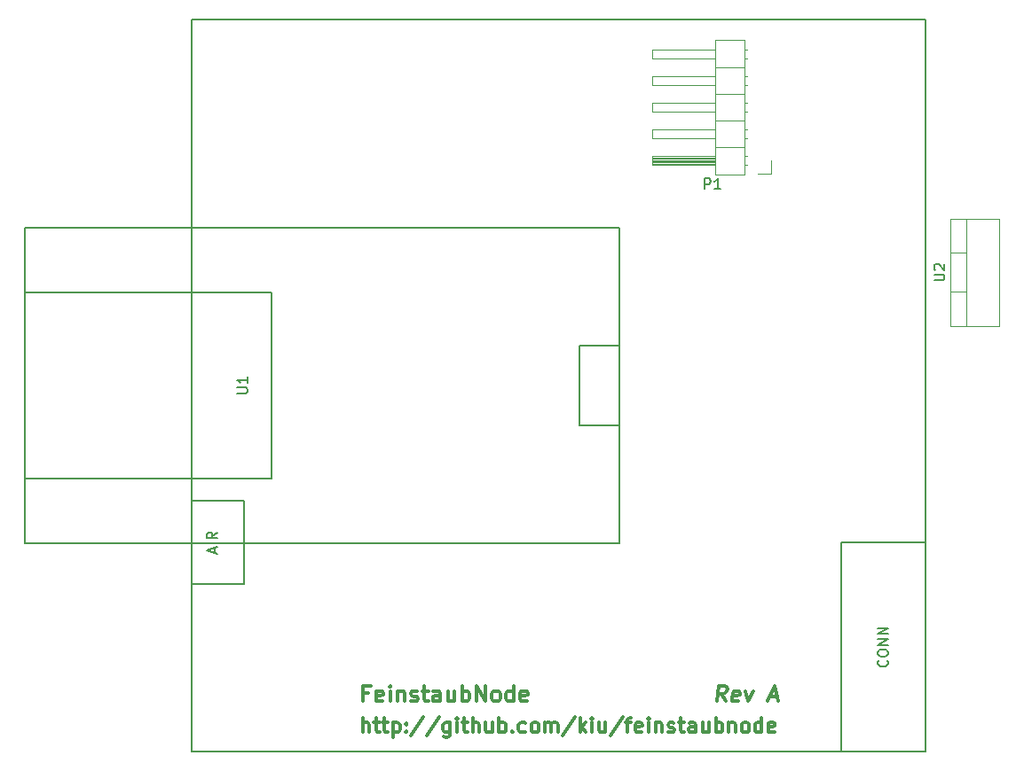
<source format=gto>
G04 #@! TF.FileFunction,Legend,Top*
%FSLAX46Y46*%
G04 Gerber Fmt 4.6, Leading zero omitted, Abs format (unit mm)*
G04 Created by KiCad (PCBNEW 4.0.5) date 02/25/17 14:43:24*
%MOMM*%
%LPD*%
G01*
G04 APERTURE LIST*
%ADD10C,0.200000*%
%ADD11C,0.300000*%
%ADD12C,0.150000*%
%ADD13C,0.120000*%
G04 APERTURE END LIST*
D10*
D11*
X144357143Y-112392857D02*
X143857143Y-112392857D01*
X143857143Y-113178571D02*
X143857143Y-111678571D01*
X144571429Y-111678571D01*
X145714285Y-113107143D02*
X145571428Y-113178571D01*
X145285714Y-113178571D01*
X145142857Y-113107143D01*
X145071428Y-112964286D01*
X145071428Y-112392857D01*
X145142857Y-112250000D01*
X145285714Y-112178571D01*
X145571428Y-112178571D01*
X145714285Y-112250000D01*
X145785714Y-112392857D01*
X145785714Y-112535714D01*
X145071428Y-112678571D01*
X146428571Y-113178571D02*
X146428571Y-112178571D01*
X146428571Y-111678571D02*
X146357142Y-111750000D01*
X146428571Y-111821429D01*
X146499999Y-111750000D01*
X146428571Y-111678571D01*
X146428571Y-111821429D01*
X147142857Y-112178571D02*
X147142857Y-113178571D01*
X147142857Y-112321429D02*
X147214285Y-112250000D01*
X147357143Y-112178571D01*
X147571428Y-112178571D01*
X147714285Y-112250000D01*
X147785714Y-112392857D01*
X147785714Y-113178571D01*
X148428571Y-113107143D02*
X148571428Y-113178571D01*
X148857143Y-113178571D01*
X149000000Y-113107143D01*
X149071428Y-112964286D01*
X149071428Y-112892857D01*
X149000000Y-112750000D01*
X148857143Y-112678571D01*
X148642857Y-112678571D01*
X148500000Y-112607143D01*
X148428571Y-112464286D01*
X148428571Y-112392857D01*
X148500000Y-112250000D01*
X148642857Y-112178571D01*
X148857143Y-112178571D01*
X149000000Y-112250000D01*
X149500000Y-112178571D02*
X150071429Y-112178571D01*
X149714286Y-111678571D02*
X149714286Y-112964286D01*
X149785714Y-113107143D01*
X149928572Y-113178571D01*
X150071429Y-113178571D01*
X151214286Y-113178571D02*
X151214286Y-112392857D01*
X151142857Y-112250000D01*
X151000000Y-112178571D01*
X150714286Y-112178571D01*
X150571429Y-112250000D01*
X151214286Y-113107143D02*
X151071429Y-113178571D01*
X150714286Y-113178571D01*
X150571429Y-113107143D01*
X150500000Y-112964286D01*
X150500000Y-112821429D01*
X150571429Y-112678571D01*
X150714286Y-112607143D01*
X151071429Y-112607143D01*
X151214286Y-112535714D01*
X152571429Y-112178571D02*
X152571429Y-113178571D01*
X151928572Y-112178571D02*
X151928572Y-112964286D01*
X152000000Y-113107143D01*
X152142858Y-113178571D01*
X152357143Y-113178571D01*
X152500000Y-113107143D01*
X152571429Y-113035714D01*
X153285715Y-113178571D02*
X153285715Y-111678571D01*
X153285715Y-112250000D02*
X153428572Y-112178571D01*
X153714286Y-112178571D01*
X153857143Y-112250000D01*
X153928572Y-112321429D01*
X154000001Y-112464286D01*
X154000001Y-112892857D01*
X153928572Y-113035714D01*
X153857143Y-113107143D01*
X153714286Y-113178571D01*
X153428572Y-113178571D01*
X153285715Y-113107143D01*
X154642858Y-113178571D02*
X154642858Y-111678571D01*
X155500001Y-113178571D01*
X155500001Y-111678571D01*
X156428573Y-113178571D02*
X156285715Y-113107143D01*
X156214287Y-113035714D01*
X156142858Y-112892857D01*
X156142858Y-112464286D01*
X156214287Y-112321429D01*
X156285715Y-112250000D01*
X156428573Y-112178571D01*
X156642858Y-112178571D01*
X156785715Y-112250000D01*
X156857144Y-112321429D01*
X156928573Y-112464286D01*
X156928573Y-112892857D01*
X156857144Y-113035714D01*
X156785715Y-113107143D01*
X156642858Y-113178571D01*
X156428573Y-113178571D01*
X158214287Y-113178571D02*
X158214287Y-111678571D01*
X158214287Y-113107143D02*
X158071430Y-113178571D01*
X157785716Y-113178571D01*
X157642858Y-113107143D01*
X157571430Y-113035714D01*
X157500001Y-112892857D01*
X157500001Y-112464286D01*
X157571430Y-112321429D01*
X157642858Y-112250000D01*
X157785716Y-112178571D01*
X158071430Y-112178571D01*
X158214287Y-112250000D01*
X159500001Y-113107143D02*
X159357144Y-113178571D01*
X159071430Y-113178571D01*
X158928573Y-113107143D01*
X158857144Y-112964286D01*
X158857144Y-112392857D01*
X158928573Y-112250000D01*
X159071430Y-112178571D01*
X159357144Y-112178571D01*
X159500001Y-112250000D01*
X159571430Y-112392857D01*
X159571430Y-112535714D01*
X158857144Y-112678571D01*
X178450894Y-113178571D02*
X178040179Y-112464286D01*
X177593751Y-113178571D02*
X177781251Y-111678571D01*
X178352679Y-111678571D01*
X178486608Y-111750000D01*
X178549107Y-111821429D01*
X178602679Y-111964286D01*
X178575894Y-112178571D01*
X178486607Y-112321429D01*
X178406251Y-112392857D01*
X178254464Y-112464286D01*
X177683036Y-112464286D01*
X179674107Y-113107143D02*
X179522322Y-113178571D01*
X179236608Y-113178571D01*
X179102679Y-113107143D01*
X179049107Y-112964286D01*
X179120536Y-112392857D01*
X179209822Y-112250000D01*
X179361608Y-112178571D01*
X179647322Y-112178571D01*
X179781250Y-112250000D01*
X179834822Y-112392857D01*
X179816965Y-112535714D01*
X179084822Y-112678571D01*
X180361608Y-112178571D02*
X180593751Y-113178571D01*
X181075893Y-112178571D01*
X182647321Y-112750000D02*
X183361607Y-112750000D01*
X182450893Y-113178571D02*
X183138393Y-111678571D01*
X183450893Y-113178571D01*
X143833333Y-116133333D02*
X143833333Y-114733333D01*
X144433333Y-116133333D02*
X144433333Y-115400000D01*
X144366667Y-115266667D01*
X144233333Y-115200000D01*
X144033333Y-115200000D01*
X143900000Y-115266667D01*
X143833333Y-115333333D01*
X144900000Y-115200000D02*
X145433334Y-115200000D01*
X145100000Y-114733333D02*
X145100000Y-115933333D01*
X145166667Y-116066667D01*
X145300000Y-116133333D01*
X145433334Y-116133333D01*
X145700000Y-115200000D02*
X146233334Y-115200000D01*
X145900000Y-114733333D02*
X145900000Y-115933333D01*
X145966667Y-116066667D01*
X146100000Y-116133333D01*
X146233334Y-116133333D01*
X146700000Y-115200000D02*
X146700000Y-116600000D01*
X146700000Y-115266667D02*
X146833334Y-115200000D01*
X147100000Y-115200000D01*
X147233334Y-115266667D01*
X147300000Y-115333333D01*
X147366667Y-115466667D01*
X147366667Y-115866667D01*
X147300000Y-116000000D01*
X147233334Y-116066667D01*
X147100000Y-116133333D01*
X146833334Y-116133333D01*
X146700000Y-116066667D01*
X147966667Y-116000000D02*
X148033334Y-116066667D01*
X147966667Y-116133333D01*
X147900001Y-116066667D01*
X147966667Y-116000000D01*
X147966667Y-116133333D01*
X147966667Y-115266667D02*
X148033334Y-115333333D01*
X147966667Y-115400000D01*
X147900001Y-115333333D01*
X147966667Y-115266667D01*
X147966667Y-115400000D01*
X149633334Y-114666667D02*
X148433334Y-116466667D01*
X151100001Y-114666667D02*
X149900001Y-116466667D01*
X152166668Y-115200000D02*
X152166668Y-116333333D01*
X152100002Y-116466667D01*
X152033335Y-116533333D01*
X151900002Y-116600000D01*
X151700002Y-116600000D01*
X151566668Y-116533333D01*
X152166668Y-116066667D02*
X152033335Y-116133333D01*
X151766668Y-116133333D01*
X151633335Y-116066667D01*
X151566668Y-116000000D01*
X151500002Y-115866667D01*
X151500002Y-115466667D01*
X151566668Y-115333333D01*
X151633335Y-115266667D01*
X151766668Y-115200000D01*
X152033335Y-115200000D01*
X152166668Y-115266667D01*
X152833335Y-116133333D02*
X152833335Y-115200000D01*
X152833335Y-114733333D02*
X152766669Y-114800000D01*
X152833335Y-114866667D01*
X152900002Y-114800000D01*
X152833335Y-114733333D01*
X152833335Y-114866667D01*
X153300002Y-115200000D02*
X153833336Y-115200000D01*
X153500002Y-114733333D02*
X153500002Y-115933333D01*
X153566669Y-116066667D01*
X153700002Y-116133333D01*
X153833336Y-116133333D01*
X154300002Y-116133333D02*
X154300002Y-114733333D01*
X154900002Y-116133333D02*
X154900002Y-115400000D01*
X154833336Y-115266667D01*
X154700002Y-115200000D01*
X154500002Y-115200000D01*
X154366669Y-115266667D01*
X154300002Y-115333333D01*
X156166669Y-115200000D02*
X156166669Y-116133333D01*
X155566669Y-115200000D02*
X155566669Y-115933333D01*
X155633336Y-116066667D01*
X155766669Y-116133333D01*
X155966669Y-116133333D01*
X156100003Y-116066667D01*
X156166669Y-116000000D01*
X156833336Y-116133333D02*
X156833336Y-114733333D01*
X156833336Y-115266667D02*
X156966670Y-115200000D01*
X157233336Y-115200000D01*
X157366670Y-115266667D01*
X157433336Y-115333333D01*
X157500003Y-115466667D01*
X157500003Y-115866667D01*
X157433336Y-116000000D01*
X157366670Y-116066667D01*
X157233336Y-116133333D01*
X156966670Y-116133333D01*
X156833336Y-116066667D01*
X158100003Y-116000000D02*
X158166670Y-116066667D01*
X158100003Y-116133333D01*
X158033337Y-116066667D01*
X158100003Y-116000000D01*
X158100003Y-116133333D01*
X159366670Y-116066667D02*
X159233337Y-116133333D01*
X158966670Y-116133333D01*
X158833337Y-116066667D01*
X158766670Y-116000000D01*
X158700004Y-115866667D01*
X158700004Y-115466667D01*
X158766670Y-115333333D01*
X158833337Y-115266667D01*
X158966670Y-115200000D01*
X159233337Y-115200000D01*
X159366670Y-115266667D01*
X160166670Y-116133333D02*
X160033337Y-116066667D01*
X159966670Y-116000000D01*
X159900004Y-115866667D01*
X159900004Y-115466667D01*
X159966670Y-115333333D01*
X160033337Y-115266667D01*
X160166670Y-115200000D01*
X160366670Y-115200000D01*
X160500004Y-115266667D01*
X160566670Y-115333333D01*
X160633337Y-115466667D01*
X160633337Y-115866667D01*
X160566670Y-116000000D01*
X160500004Y-116066667D01*
X160366670Y-116133333D01*
X160166670Y-116133333D01*
X161233337Y-116133333D02*
X161233337Y-115200000D01*
X161233337Y-115333333D02*
X161300004Y-115266667D01*
X161433337Y-115200000D01*
X161633337Y-115200000D01*
X161766671Y-115266667D01*
X161833337Y-115400000D01*
X161833337Y-116133333D01*
X161833337Y-115400000D02*
X161900004Y-115266667D01*
X162033337Y-115200000D01*
X162233337Y-115200000D01*
X162366671Y-115266667D01*
X162433337Y-115400000D01*
X162433337Y-116133333D01*
X164100004Y-114666667D02*
X162900004Y-116466667D01*
X164566671Y-116133333D02*
X164566671Y-114733333D01*
X164700005Y-115600000D02*
X165100005Y-116133333D01*
X165100005Y-115200000D02*
X164566671Y-115733333D01*
X165700004Y-116133333D02*
X165700004Y-115200000D01*
X165700004Y-114733333D02*
X165633338Y-114800000D01*
X165700004Y-114866667D01*
X165766671Y-114800000D01*
X165700004Y-114733333D01*
X165700004Y-114866667D01*
X166966671Y-115200000D02*
X166966671Y-116133333D01*
X166366671Y-115200000D02*
X166366671Y-115933333D01*
X166433338Y-116066667D01*
X166566671Y-116133333D01*
X166766671Y-116133333D01*
X166900005Y-116066667D01*
X166966671Y-116000000D01*
X168633338Y-114666667D02*
X167433338Y-116466667D01*
X168900005Y-115200000D02*
X169433339Y-115200000D01*
X169100005Y-116133333D02*
X169100005Y-114933333D01*
X169166672Y-114800000D01*
X169300005Y-114733333D01*
X169433339Y-114733333D01*
X170433339Y-116066667D02*
X170300005Y-116133333D01*
X170033339Y-116133333D01*
X169900005Y-116066667D01*
X169833339Y-115933333D01*
X169833339Y-115400000D01*
X169900005Y-115266667D01*
X170033339Y-115200000D01*
X170300005Y-115200000D01*
X170433339Y-115266667D01*
X170500005Y-115400000D01*
X170500005Y-115533333D01*
X169833339Y-115666667D01*
X171100005Y-116133333D02*
X171100005Y-115200000D01*
X171100005Y-114733333D02*
X171033339Y-114800000D01*
X171100005Y-114866667D01*
X171166672Y-114800000D01*
X171100005Y-114733333D01*
X171100005Y-114866667D01*
X171766672Y-115200000D02*
X171766672Y-116133333D01*
X171766672Y-115333333D02*
X171833339Y-115266667D01*
X171966672Y-115200000D01*
X172166672Y-115200000D01*
X172300006Y-115266667D01*
X172366672Y-115400000D01*
X172366672Y-116133333D01*
X172966673Y-116066667D02*
X173100006Y-116133333D01*
X173366673Y-116133333D01*
X173500006Y-116066667D01*
X173566673Y-115933333D01*
X173566673Y-115866667D01*
X173500006Y-115733333D01*
X173366673Y-115666667D01*
X173166673Y-115666667D01*
X173033339Y-115600000D01*
X172966673Y-115466667D01*
X172966673Y-115400000D01*
X173033339Y-115266667D01*
X173166673Y-115200000D01*
X173366673Y-115200000D01*
X173500006Y-115266667D01*
X173966672Y-115200000D02*
X174500006Y-115200000D01*
X174166672Y-114733333D02*
X174166672Y-115933333D01*
X174233339Y-116066667D01*
X174366672Y-116133333D01*
X174500006Y-116133333D01*
X175566672Y-116133333D02*
X175566672Y-115400000D01*
X175500006Y-115266667D01*
X175366672Y-115200000D01*
X175100006Y-115200000D01*
X174966672Y-115266667D01*
X175566672Y-116066667D02*
X175433339Y-116133333D01*
X175100006Y-116133333D01*
X174966672Y-116066667D01*
X174900006Y-115933333D01*
X174900006Y-115800000D01*
X174966672Y-115666667D01*
X175100006Y-115600000D01*
X175433339Y-115600000D01*
X175566672Y-115533333D01*
X176833339Y-115200000D02*
X176833339Y-116133333D01*
X176233339Y-115200000D02*
X176233339Y-115933333D01*
X176300006Y-116066667D01*
X176433339Y-116133333D01*
X176633339Y-116133333D01*
X176766673Y-116066667D01*
X176833339Y-116000000D01*
X177500006Y-116133333D02*
X177500006Y-114733333D01*
X177500006Y-115266667D02*
X177633340Y-115200000D01*
X177900006Y-115200000D01*
X178033340Y-115266667D01*
X178100006Y-115333333D01*
X178166673Y-115466667D01*
X178166673Y-115866667D01*
X178100006Y-116000000D01*
X178033340Y-116066667D01*
X177900006Y-116133333D01*
X177633340Y-116133333D01*
X177500006Y-116066667D01*
X178766673Y-115200000D02*
X178766673Y-116133333D01*
X178766673Y-115333333D02*
X178833340Y-115266667D01*
X178966673Y-115200000D01*
X179166673Y-115200000D01*
X179300007Y-115266667D01*
X179366673Y-115400000D01*
X179366673Y-116133333D01*
X180233340Y-116133333D02*
X180100007Y-116066667D01*
X180033340Y-116000000D01*
X179966674Y-115866667D01*
X179966674Y-115466667D01*
X180033340Y-115333333D01*
X180100007Y-115266667D01*
X180233340Y-115200000D01*
X180433340Y-115200000D01*
X180566674Y-115266667D01*
X180633340Y-115333333D01*
X180700007Y-115466667D01*
X180700007Y-115866667D01*
X180633340Y-116000000D01*
X180566674Y-116066667D01*
X180433340Y-116133333D01*
X180233340Y-116133333D01*
X181900007Y-116133333D02*
X181900007Y-114733333D01*
X181900007Y-116066667D02*
X181766674Y-116133333D01*
X181500007Y-116133333D01*
X181366674Y-116066667D01*
X181300007Y-116000000D01*
X181233341Y-115866667D01*
X181233341Y-115466667D01*
X181300007Y-115333333D01*
X181366674Y-115266667D01*
X181500007Y-115200000D01*
X181766674Y-115200000D01*
X181900007Y-115266667D01*
X183100008Y-116066667D02*
X182966674Y-116133333D01*
X182700008Y-116133333D01*
X182566674Y-116066667D01*
X182500008Y-115933333D01*
X182500008Y-115400000D01*
X182566674Y-115266667D01*
X182700008Y-115200000D01*
X182966674Y-115200000D01*
X183100008Y-115266667D01*
X183166674Y-115400000D01*
X183166674Y-115533333D01*
X182500008Y-115666667D01*
D12*
X127500000Y-94000000D02*
X132500000Y-94000000D01*
X132500000Y-94000000D02*
X132500000Y-102000000D01*
X132500000Y-102000000D02*
X127500000Y-102000000D01*
X189500000Y-118000000D02*
X189500000Y-98000000D01*
X189500000Y-98000000D02*
X197500000Y-98000000D01*
X197500000Y-48000000D02*
X197500000Y-118000000D01*
X197500000Y-118000000D02*
X127500000Y-118000000D01*
X127500000Y-118000000D02*
X127500000Y-48000000D01*
X127500000Y-48000000D02*
X197500000Y-48000000D01*
D13*
X199880000Y-77310000D02*
X199880000Y-67070000D01*
X204521000Y-77310000D02*
X204521000Y-67070000D01*
X199880000Y-77310000D02*
X204521000Y-77310000D01*
X199880000Y-67070000D02*
X204521000Y-67070000D01*
X201390000Y-77310000D02*
X201390000Y-67070000D01*
X199880000Y-74040000D02*
X201390000Y-74040000D01*
X199880000Y-70340000D02*
X201390000Y-70340000D01*
X180220000Y-62890000D02*
X180220000Y-60230000D01*
X180220000Y-60230000D02*
X177480000Y-60230000D01*
X177480000Y-60230000D02*
X177480000Y-62890000D01*
X177480000Y-62890000D02*
X180220000Y-62890000D01*
X177480000Y-61940000D02*
X177480000Y-61060000D01*
X177480000Y-61060000D02*
X171480000Y-61060000D01*
X171480000Y-61060000D02*
X171480000Y-61940000D01*
X171480000Y-61940000D02*
X177480000Y-61940000D01*
X180530000Y-61940000D02*
X180220000Y-61940000D01*
X180530000Y-61060000D02*
X180220000Y-61060000D01*
X177480000Y-61820000D02*
X171480000Y-61820000D01*
X177480000Y-61700000D02*
X171480000Y-61700000D01*
X177480000Y-61580000D02*
X171480000Y-61580000D01*
X177480000Y-61460000D02*
X171480000Y-61460000D01*
X177480000Y-61340000D02*
X171480000Y-61340000D01*
X177480000Y-61220000D02*
X171480000Y-61220000D01*
X177480000Y-61100000D02*
X171480000Y-61100000D01*
X180220000Y-60230000D02*
X180220000Y-57690000D01*
X180220000Y-57690000D02*
X177480000Y-57690000D01*
X177480000Y-57690000D02*
X177480000Y-60230000D01*
X177480000Y-60230000D02*
X180220000Y-60230000D01*
X177480000Y-59400000D02*
X177480000Y-58520000D01*
X177480000Y-58520000D02*
X171480000Y-58520000D01*
X171480000Y-58520000D02*
X171480000Y-59400000D01*
X171480000Y-59400000D02*
X177480000Y-59400000D01*
X180530000Y-59400000D02*
X180220000Y-59400000D01*
X180530000Y-58520000D02*
X180220000Y-58520000D01*
X180220000Y-57690000D02*
X180220000Y-55150000D01*
X180220000Y-55150000D02*
X177480000Y-55150000D01*
X177480000Y-55150000D02*
X177480000Y-57690000D01*
X177480000Y-57690000D02*
X180220000Y-57690000D01*
X177480000Y-56860000D02*
X177480000Y-55980000D01*
X177480000Y-55980000D02*
X171480000Y-55980000D01*
X171480000Y-55980000D02*
X171480000Y-56860000D01*
X171480000Y-56860000D02*
X177480000Y-56860000D01*
X180530000Y-56860000D02*
X180220000Y-56860000D01*
X180530000Y-55980000D02*
X180220000Y-55980000D01*
X180220000Y-55150000D02*
X180220000Y-52610000D01*
X180220000Y-52610000D02*
X177480000Y-52610000D01*
X177480000Y-52610000D02*
X177480000Y-55150000D01*
X177480000Y-55150000D02*
X180220000Y-55150000D01*
X177480000Y-54320000D02*
X177480000Y-53440000D01*
X177480000Y-53440000D02*
X171480000Y-53440000D01*
X171480000Y-53440000D02*
X171480000Y-54320000D01*
X171480000Y-54320000D02*
X177480000Y-54320000D01*
X180530000Y-54320000D02*
X180220000Y-54320000D01*
X180530000Y-53440000D02*
X180220000Y-53440000D01*
X180220000Y-52610000D02*
X180220000Y-49950000D01*
X180220000Y-49950000D02*
X177480000Y-49950000D01*
X177480000Y-49950000D02*
X177480000Y-52610000D01*
X177480000Y-52610000D02*
X180220000Y-52610000D01*
X177480000Y-51780000D02*
X177480000Y-50900000D01*
X177480000Y-50900000D02*
X171480000Y-50900000D01*
X171480000Y-50900000D02*
X171480000Y-51780000D01*
X171480000Y-51780000D02*
X177480000Y-51780000D01*
X180530000Y-51780000D02*
X180220000Y-51780000D01*
X180530000Y-50900000D02*
X180220000Y-50900000D01*
X182770000Y-61500000D02*
X182770000Y-62770000D01*
X182770000Y-62770000D02*
X181500000Y-62770000D01*
D12*
X164511000Y-79190000D02*
X168321000Y-79190000D01*
X164511000Y-86810000D02*
X168321000Y-86810000D01*
X135110500Y-91890000D02*
X135110500Y-74110000D01*
X111615500Y-98049500D02*
X111615500Y-67950500D01*
X168321000Y-98049500D02*
X168321000Y-67950500D01*
X168321000Y-67950500D02*
X111615500Y-67950500D01*
X111615500Y-98049500D02*
X168321000Y-98049500D01*
X164511000Y-86810000D02*
X164511000Y-79190000D01*
X135110500Y-74110000D02*
X111615500Y-74110000D01*
X111615500Y-91890000D02*
X135110500Y-91890000D01*
X193857143Y-109261904D02*
X193904762Y-109309523D01*
X193952381Y-109452380D01*
X193952381Y-109547618D01*
X193904762Y-109690476D01*
X193809524Y-109785714D01*
X193714286Y-109833333D01*
X193523810Y-109880952D01*
X193380952Y-109880952D01*
X193190476Y-109833333D01*
X193095238Y-109785714D01*
X193000000Y-109690476D01*
X192952381Y-109547618D01*
X192952381Y-109452380D01*
X193000000Y-109309523D01*
X193047619Y-109261904D01*
X192952381Y-108642857D02*
X192952381Y-108452380D01*
X193000000Y-108357142D01*
X193095238Y-108261904D01*
X193285714Y-108214285D01*
X193619048Y-108214285D01*
X193809524Y-108261904D01*
X193904762Y-108357142D01*
X193952381Y-108452380D01*
X193952381Y-108642857D01*
X193904762Y-108738095D01*
X193809524Y-108833333D01*
X193619048Y-108880952D01*
X193285714Y-108880952D01*
X193095238Y-108833333D01*
X193000000Y-108738095D01*
X192952381Y-108642857D01*
X193952381Y-107785714D02*
X192952381Y-107785714D01*
X193952381Y-107214285D01*
X192952381Y-107214285D01*
X193952381Y-106738095D02*
X192952381Y-106738095D01*
X193952381Y-106166666D01*
X192952381Y-106166666D01*
X129666667Y-98976190D02*
X129666667Y-98499999D01*
X129952381Y-99071428D02*
X128952381Y-98738095D01*
X129952381Y-98404761D01*
X129952381Y-98071428D02*
X128952381Y-98071428D01*
X129952381Y-97023809D02*
X129476190Y-97357143D01*
X129952381Y-97595238D02*
X128952381Y-97595238D01*
X128952381Y-97214285D01*
X129000000Y-97119047D01*
X129047619Y-97071428D01*
X129142857Y-97023809D01*
X129285714Y-97023809D01*
X129380952Y-97071428D01*
X129428571Y-97119047D01*
X129476190Y-97214285D01*
X129476190Y-97595238D01*
X198332381Y-72951905D02*
X199141905Y-72951905D01*
X199237143Y-72904286D01*
X199284762Y-72856667D01*
X199332381Y-72761429D01*
X199332381Y-72570952D01*
X199284762Y-72475714D01*
X199237143Y-72428095D01*
X199141905Y-72380476D01*
X198332381Y-72380476D01*
X198427619Y-71951905D02*
X198380000Y-71904286D01*
X198332381Y-71809048D01*
X198332381Y-71570952D01*
X198380000Y-71475714D01*
X198427619Y-71428095D01*
X198522857Y-71380476D01*
X198618095Y-71380476D01*
X198760952Y-71428095D01*
X199332381Y-71999524D01*
X199332381Y-71380476D01*
X176446905Y-64222381D02*
X176446905Y-63222381D01*
X176827858Y-63222381D01*
X176923096Y-63270000D01*
X176970715Y-63317619D01*
X177018334Y-63412857D01*
X177018334Y-63555714D01*
X176970715Y-63650952D01*
X176923096Y-63698571D01*
X176827858Y-63746190D01*
X176446905Y-63746190D01*
X177970715Y-64222381D02*
X177399286Y-64222381D01*
X177685000Y-64222381D02*
X177685000Y-63222381D01*
X177589762Y-63365238D01*
X177494524Y-63460476D01*
X177399286Y-63508095D01*
X131832381Y-83761905D02*
X132641905Y-83761905D01*
X132737143Y-83714286D01*
X132784762Y-83666667D01*
X132832381Y-83571429D01*
X132832381Y-83380952D01*
X132784762Y-83285714D01*
X132737143Y-83238095D01*
X132641905Y-83190476D01*
X131832381Y-83190476D01*
X132832381Y-82190476D02*
X132832381Y-82761905D01*
X132832381Y-82476191D02*
X131832381Y-82476191D01*
X131975238Y-82571429D01*
X132070476Y-82666667D01*
X132118095Y-82761905D01*
M02*

</source>
